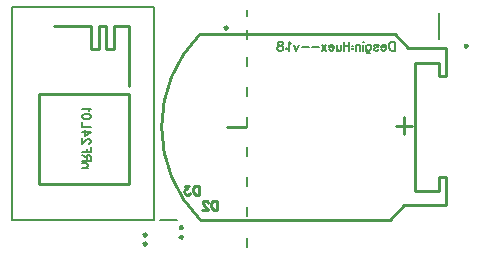
<source format=gbo>
G04 Layer: BottomSilkLayer*
G04 EasyEDA v5.9.34, Sun, 20 Jan 2019 06:30:26 GMT*
G04 4d0cf0336fcf4326954002bdc8c8e70b*
G04 Gerber Generator version 0.2*
G04 Scale: 100 percent, Rotated: No, Reflected: No *
G04 Dimensions in millimeters *
G04 leading zeros omitted , absolute positions ,3 integer and 3 decimal *
%FSLAX33Y33*%
%MOMM*%
G90*
G71D02*

%ADD10C,0.254000*%
%ADD12C,0.160000*%
%ADD49C,0.199898*%
%ADD51C,0.249936*%
%ADD53C,0.127000*%

%LPD*%
G54D12*
G01X20066Y18542D02*
G01X20066Y17780D01*
G01X20066Y889D02*
G01X20066Y127D01*
G01X20066Y20193D02*
G01X20066Y19685D01*
G01X20066Y16256D02*
G01X20066Y15494D01*
G01X20066Y13716D02*
G01X20066Y12954D01*
G01X20066Y11176D02*
G01X20066Y10414D01*
G01X20066Y8636D02*
G01X20066Y7874D01*
G01X20066Y6096D02*
G01X20066Y5334D01*
G01X20066Y3556D02*
G01X20066Y2794D01*
G54D10*
G01X16078Y2445D02*
G01X32131Y2445D01*
G01X33353Y3666D01*
G01X36876Y3666D01*
G01X36876Y4484D01*
G01X36876Y6023D01*
G01X36322Y6023D01*
G01X36322Y4911D01*
G01X34310Y4911D01*
G01X34310Y15731D01*
G01X36322Y15731D01*
G01X36322Y14619D01*
G01X36876Y14619D01*
G01X36876Y16158D01*
G01X36876Y16524D01*
G01X36876Y17006D01*
G01X33701Y17006D01*
G01X32563Y18144D01*
G01X16078Y18144D01*
G01X19939Y10296D02*
G01X18364Y10296D01*
G01X33350Y9686D02*
G01X33350Y11109D01*
G01X33985Y10372D02*
G01X32690Y10372D01*
G54D12*
G01X12192Y2427D02*
G01X12192Y20428D01*
G01X193Y20428D01*
G01X193Y2427D01*
G01X12192Y2427D01*
G54D10*
G01X10033Y13730D02*
G01X10033Y18810D01*
G01X8763Y18810D01*
G01X8763Y16905D01*
G01X8128Y16905D01*
G01X8128Y18810D01*
G01X7493Y18810D01*
G01X7493Y16905D01*
G01X6858Y16905D01*
G01X6858Y18810D01*
G01X3683Y18810D01*
G01X10033Y5475D02*
G01X2413Y5475D01*
G01X2413Y13095D01*
G01X10033Y13095D01*
G01X10033Y5475D01*
G54D49*
G01X36322Y17780D02*
G01X36322Y19939D01*
G01X14088Y2451D02*
G01X12688Y2451D01*
G54D53*
G01X32551Y17491D02*
G01X32551Y16763D01*
G01X32551Y17491D02*
G01X32308Y17491D01*
G01X32204Y17456D01*
G01X32135Y17387D01*
G01X32100Y17318D01*
G01X32066Y17214D01*
G01X32066Y17041D01*
G01X32100Y16937D01*
G01X32135Y16867D01*
G01X32204Y16798D01*
G01X32308Y16763D01*
G01X32551Y16763D01*
G01X31837Y17041D02*
G01X31421Y17041D01*
G01X31421Y17110D01*
G01X31456Y17179D01*
G01X31491Y17214D01*
G01X31560Y17248D01*
G01X31664Y17248D01*
G01X31733Y17214D01*
G01X31802Y17144D01*
G01X31837Y17041D01*
G01X31837Y16971D01*
G01X31802Y16867D01*
G01X31733Y16798D01*
G01X31664Y16763D01*
G01X31560Y16763D01*
G01X31491Y16798D01*
G01X31421Y16867D01*
G01X30812Y17144D02*
G01X30847Y17214D01*
G01X30950Y17248D01*
G01X31054Y17248D01*
G01X31158Y17214D01*
G01X31193Y17144D01*
G01X31158Y17075D01*
G01X31089Y17041D01*
G01X30916Y17006D01*
G01X30847Y16971D01*
G01X30812Y16902D01*
G01X30812Y16867D01*
G01X30847Y16798D01*
G01X30950Y16763D01*
G01X31054Y16763D01*
G01X31158Y16798D01*
G01X31193Y16867D01*
G01X30168Y17248D02*
G01X30168Y16694D01*
G01X30202Y16590D01*
G01X30237Y16556D01*
G01X30306Y16521D01*
G01X30410Y16521D01*
G01X30479Y16556D01*
G01X30168Y17144D02*
G01X30237Y17214D01*
G01X30306Y17248D01*
G01X30410Y17248D01*
G01X30479Y17214D01*
G01X30549Y17144D01*
G01X30583Y17041D01*
G01X30583Y16971D01*
G01X30549Y16867D01*
G01X30479Y16798D01*
G01X30410Y16763D01*
G01X30306Y16763D01*
G01X30237Y16798D01*
G01X30168Y16867D01*
G01X29939Y17491D02*
G01X29904Y17456D01*
G01X29870Y17491D01*
G01X29904Y17525D01*
G01X29939Y17491D01*
G01X29904Y17248D02*
G01X29904Y16763D01*
G01X29641Y17248D02*
G01X29641Y16763D01*
G01X29641Y17110D02*
G01X29537Y17214D01*
G01X29468Y17248D01*
G01X29364Y17248D01*
G01X29295Y17214D01*
G01X29260Y17110D01*
G01X29260Y16763D01*
G01X28997Y17179D02*
G01X29032Y17144D01*
G01X28997Y17110D01*
G01X28962Y17144D01*
G01X28997Y17179D01*
G01X28997Y16937D02*
G01X29032Y16902D01*
G01X28997Y16867D01*
G01X28962Y16902D01*
G01X28997Y16937D01*
G01X28734Y17491D02*
G01X28734Y16763D01*
G01X28249Y17491D02*
G01X28249Y16763D01*
G01X28734Y17144D02*
G01X28249Y17144D01*
G01X28020Y17248D02*
G01X28020Y16902D01*
G01X27986Y16798D01*
G01X27916Y16763D01*
G01X27812Y16763D01*
G01X27743Y16798D01*
G01X27639Y16902D01*
G01X27639Y17248D02*
G01X27639Y16763D01*
G01X27411Y17041D02*
G01X26995Y17041D01*
G01X26995Y17110D01*
G01X27030Y17179D01*
G01X27064Y17214D01*
G01X27133Y17248D01*
G01X27237Y17248D01*
G01X27307Y17214D01*
G01X27376Y17144D01*
G01X27411Y17041D01*
G01X27411Y16971D01*
G01X27376Y16867D01*
G01X27307Y16798D01*
G01X27237Y16763D01*
G01X27133Y16763D01*
G01X27064Y16798D01*
G01X26995Y16867D01*
G01X26766Y17248D02*
G01X26385Y16763D01*
G01X26385Y17248D02*
G01X26766Y16763D01*
G01X26157Y17075D02*
G01X25533Y17075D01*
G01X25305Y17075D02*
G01X24681Y17075D01*
G01X24453Y17248D02*
G01X24245Y16763D01*
G01X24037Y17248D02*
G01X24245Y16763D01*
G01X23808Y17352D02*
G01X23739Y17387D01*
G01X23635Y17491D01*
G01X23635Y16763D01*
G01X23372Y16937D02*
G01X23407Y16902D01*
G01X23372Y16867D01*
G01X23337Y16902D01*
G01X23372Y16937D01*
G01X22936Y17491D02*
G01X23039Y17456D01*
G01X23074Y17387D01*
G01X23074Y17318D01*
G01X23039Y17248D01*
G01X22970Y17214D01*
G01X22832Y17179D01*
G01X22728Y17144D01*
G01X22658Y17075D01*
G01X22624Y17006D01*
G01X22624Y16902D01*
G01X22658Y16833D01*
G01X22693Y16798D01*
G01X22797Y16763D01*
G01X22936Y16763D01*
G01X23039Y16798D01*
G01X23074Y16833D01*
G01X23109Y16902D01*
G01X23109Y17006D01*
G01X23074Y17075D01*
G01X23005Y17144D01*
G01X22901Y17179D01*
G01X22762Y17214D01*
G01X22693Y17248D01*
G01X22658Y17318D01*
G01X22658Y17387D01*
G01X22693Y17456D01*
G01X22797Y17491D01*
G01X22936Y17491D01*
G54D10*
G01X17514Y4063D02*
G01X17514Y3300D01*
G01X17514Y4063D02*
G01X17259Y4063D01*
G01X17150Y4027D01*
G01X17077Y3954D01*
G01X17041Y3882D01*
G01X17005Y3773D01*
G01X17005Y3591D01*
G01X17041Y3482D01*
G01X17077Y3409D01*
G01X17150Y3336D01*
G01X17259Y3300D01*
G01X17514Y3300D01*
G01X16728Y3882D02*
G01X16728Y3918D01*
G01X16692Y3991D01*
G01X16655Y4027D01*
G01X16583Y4063D01*
G01X16437Y4063D01*
G01X16365Y4027D01*
G01X16328Y3991D01*
G01X16292Y3918D01*
G01X16292Y3845D01*
G01X16328Y3773D01*
G01X16401Y3663D01*
G01X16765Y3300D01*
G01X16256Y3300D01*
G01X15990Y5333D02*
G01X15990Y4570D01*
G01X15990Y5333D02*
G01X15735Y5333D01*
G01X15626Y5297D01*
G01X15553Y5224D01*
G01X15517Y5152D01*
G01X15481Y5043D01*
G01X15481Y4861D01*
G01X15517Y4752D01*
G01X15553Y4679D01*
G01X15626Y4606D01*
G01X15735Y4570D01*
G01X15990Y4570D01*
G01X15168Y5333D02*
G01X14768Y5333D01*
G01X14986Y5043D01*
G01X14877Y5043D01*
G01X14804Y5006D01*
G01X14768Y4970D01*
G01X14731Y4861D01*
G01X14731Y4788D01*
G01X14768Y4679D01*
G01X14841Y4606D01*
G01X14950Y4570D01*
G01X15059Y4570D01*
G01X15168Y4606D01*
G01X15204Y4643D01*
G01X15241Y4715D01*
G54D53*
G01X6581Y6832D02*
G01X6096Y6832D01*
G01X6443Y6832D02*
G01X6548Y6936D01*
G01X6581Y7005D01*
G01X6581Y7109D01*
G01X6548Y7177D01*
G01X6443Y7213D01*
G01X6096Y7213D01*
G01X6824Y7441D02*
G01X6096Y7441D01*
G01X6824Y7441D02*
G01X6824Y7754D01*
G01X6789Y7858D01*
G01X6753Y7891D01*
G01X6685Y7927D01*
G01X6616Y7927D01*
G01X6548Y7891D01*
G01X6512Y7858D01*
G01X6477Y7754D01*
G01X6477Y7441D01*
G01X6477Y7683D02*
G01X6096Y7927D01*
G01X6824Y8155D02*
G01X6096Y8155D01*
G01X6824Y8155D02*
G01X6824Y8605D01*
G01X6477Y8155D02*
G01X6477Y8432D01*
G01X6649Y8869D02*
G01X6685Y8869D01*
G01X6753Y8902D01*
G01X6789Y8938D01*
G01X6824Y9006D01*
G01X6824Y9146D01*
G01X6789Y9214D01*
G01X6753Y9250D01*
G01X6685Y9283D01*
G01X6616Y9283D01*
G01X6548Y9250D01*
G01X6443Y9181D01*
G01X6096Y8833D01*
G01X6096Y9319D01*
G01X6824Y9893D02*
G01X6339Y9547D01*
G01X6339Y10068D01*
G01X6824Y9893D02*
G01X6096Y9893D01*
G01X6824Y10296D02*
G01X6096Y10296D01*
G01X6096Y10296D02*
G01X6096Y10711D01*
G01X6824Y11147D02*
G01X6789Y11043D01*
G01X6685Y10975D01*
G01X6512Y10939D01*
G01X6408Y10939D01*
G01X6235Y10975D01*
G01X6131Y11043D01*
G01X6096Y11147D01*
G01X6096Y11216D01*
G01X6131Y11320D01*
G01X6235Y11391D01*
G01X6408Y11424D01*
G01X6512Y11424D01*
G01X6685Y11391D01*
G01X6789Y11320D01*
G01X6824Y11216D01*
G01X6824Y11147D01*
G01X6685Y11653D02*
G01X6720Y11721D01*
G01X6824Y11826D01*
G01X6096Y11826D01*
G54D51*
G75*
G01X11430Y254D02*
G03X11348Y284I0J125D01*
G01*
G75*
G01X11430Y1016D02*
G03X11348Y1046I0J125D01*
G01*
G75*
G01X18288Y18542D02*
G03X18206Y18572I0J125D01*
G01*
G75*
G01X14488Y1639D02*
G03X14406Y1669I0J125D01*
G01*
G54D10*
G75*
G01X16079Y2446D02*
G02X16079Y18146I7850J7850D01*
G01*
G54D51*
G75*
G01X38735Y17145D02*
G02X38705Y17227I-125J0D01*
G01*
G75*
G01X14363Y952D02*
G02X14394Y870I125J0D01*
G01*
M00*
M02*

</source>
